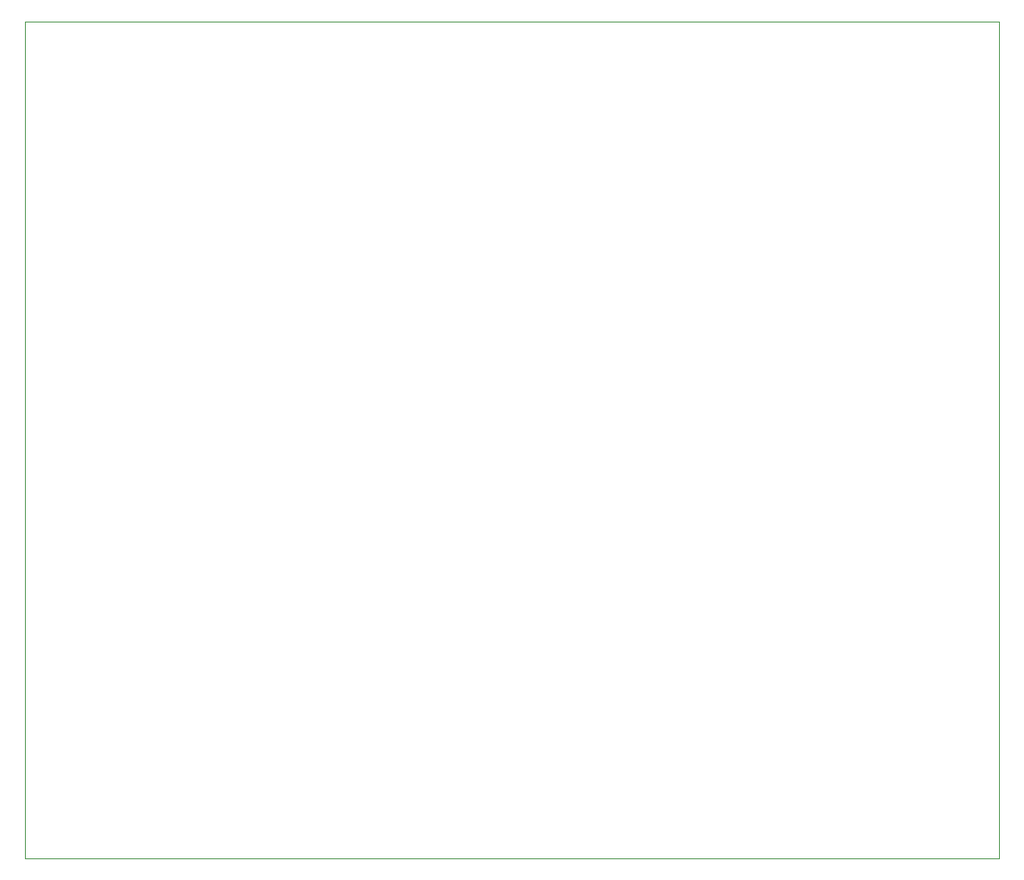
<source format=gm1>
G04 #@! TF.GenerationSoftware,KiCad,Pcbnew,(7.0.0)*
G04 #@! TF.CreationDate,2023-05-29T01:19:42+09:00*
G04 #@! TF.ProjectId,EMUPU_RAM40,454d5550-555f-4524-914d-34302e6b6963,003 (DIRECT)*
G04 #@! TF.SameCoordinates,PX55d4a80PY9043270*
G04 #@! TF.FileFunction,Profile,NP*
%FSLAX46Y46*%
G04 Gerber Fmt 4.6, Leading zero omitted, Abs format (unit mm)*
G04 Created by KiCad (PCBNEW (7.0.0)) date 2023-05-29 01:19:42*
%MOMM*%
%LPD*%
G01*
G04 APERTURE LIST*
G04 #@! TA.AperFunction,Profile*
%ADD10C,0.100000*%
G04 #@! TD*
G04 APERTURE END LIST*
D10*
X0Y0D02*
X0Y85230000D01*
X99060000Y85230000D02*
X99060000Y0D01*
X99060000Y85230000D02*
X0Y85230000D01*
X99060000Y0D02*
X0Y0D01*
M02*

</source>
